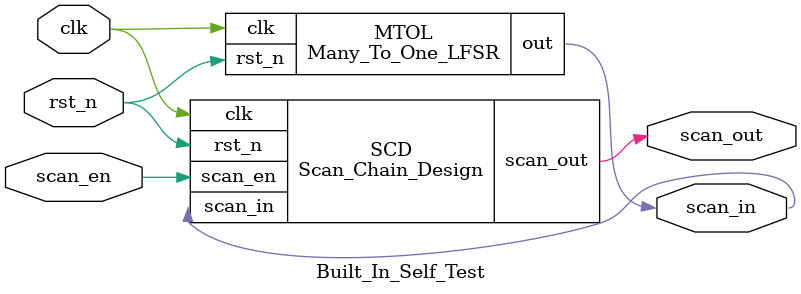
<source format=v>
`timescale 1ns/1ps

module Scan_DFF(clk, rst_n, scan_in, scan_en, data, out);
    input clk;
    input rst_n;
    input scan_in;
    input scan_en;
    input data;
    output reg out;


    always @(posedge clk) begin
        if(!rst_n) begin
            out <= 1'b0;
        end
        else begin
            if(scan_en) begin
                out <= scan_in;
            end
            else begin
                out <= data;
            end
        end
    end
endmodule

module Scan_Chain_Design(clk, rst_n, scan_in, scan_en, scan_out);
    input clk;
    input rst_n;
    input scan_in;
    input scan_en;
    output scan_out;

    
    wire [3:0] a, b;
    wire [7:0] p;
    assign p = a * b;

    Scan_DFF dff1(clk, rst_n, b[1], scan_en, p[0], b[0]);
    Scan_DFF dff2(clk, rst_n, b[2], scan_en, p[1], b[1]);
    Scan_DFF dff3(clk, rst_n, b[3], scan_en, p[2], b[2]);
    Scan_DFF dff4(clk, rst_n, a[0], scan_en, p[3], b[3]);
    Scan_DFF dff5(clk, rst_n, a[1], scan_en, p[4], a[0]);
    Scan_DFF dff6(clk, rst_n, a[2], scan_en, p[5], a[1]);
    Scan_DFF dff7(clk, rst_n, a[3], scan_en, p[6], a[2]);
    Scan_DFF dff8(clk, rst_n, scan_in, scan_en, p[7], a[3]);
    
    assign scan_out = b[0];

endmodule

module Many_To_One_LFSR(clk, rst_n, out);
    input clk;
    input rst_n;
    output out;
    reg [8-1:0] DFF;
    wire [8-1:0] next_DFF;
    always @(posedge clk) begin
        if(!rst_n) begin
            DFF <= 8'b10111101;
        end
        else begin
            DFF <= next_DFF;
        end
    end
    assign next_DFF = {DFF[6:0] , (DFF[7] ^ DFF[3]) ^ (DFF[1] ^ DFF[2])};
    assign out = DFF[7];
endmodule

module Built_In_Self_Test(clk, rst_n, scan_en, scan_in, scan_out);
    input clk;
    input rst_n;
    input scan_en;
    output scan_in;
    output scan_out;

    Many_To_One_LFSR MTOL(clk, rst_n, scan_in);
    Scan_Chain_Design SCD(clk, rst_n, scan_in, scan_en, scan_out);

endmodule

</source>
